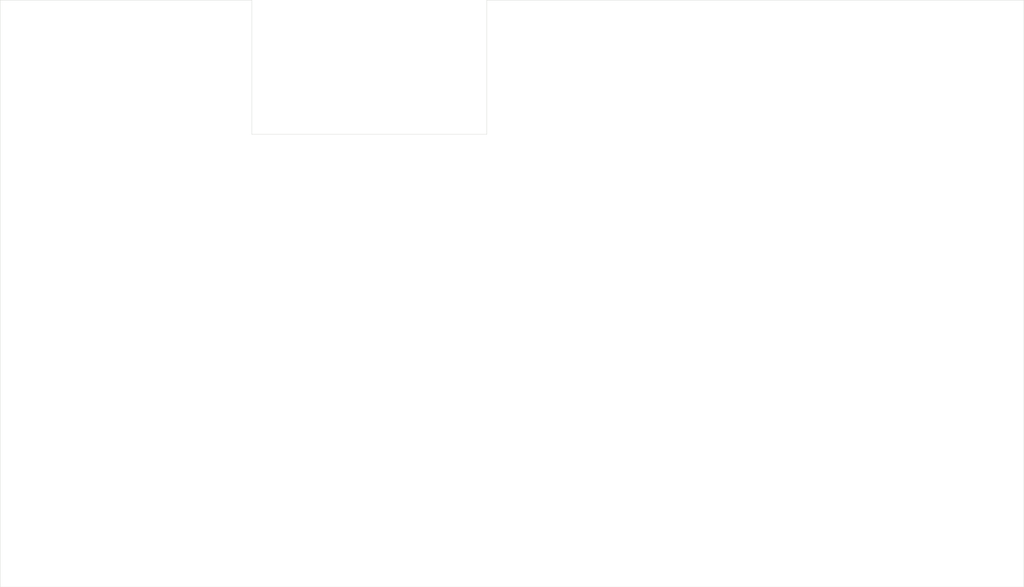
<source format=kicad_pcb>
(kicad_pcb (version 20201220) (generator pcbnew)

  (general
    (thickness 1.6)
  )

  (paper "USLedger")
  (layers
    (0 "F.Cu" signal)
    (31 "B.Cu" signal)
    (32 "B.Adhes" user "B.Adhesive")
    (33 "F.Adhes" user "F.Adhesive")
    (34 "B.Paste" user)
    (35 "F.Paste" user)
    (36 "B.SilkS" user "B.Silkscreen")
    (37 "F.SilkS" user "F.Silkscreen")
    (38 "B.Mask" user)
    (39 "F.Mask" user)
    (40 "Dwgs.User" user "User.Drawings")
    (41 "Cmts.User" user "User.Comments")
    (42 "Eco1.User" user "User.Eco1")
    (43 "Eco2.User" user "User.Eco2")
    (44 "Edge.Cuts" user)
    (45 "Margin" user)
    (46 "B.CrtYd" user "B.Courtyard")
    (47 "F.CrtYd" user "F.Courtyard")
    (48 "B.Fab" user)
    (49 "F.Fab" user)
    (50 "User.1" user)
    (51 "User.2" user)
    (52 "User.3" user)
    (53 "User.4" user)
    (54 "User.5" user)
    (55 "User.6" user)
    (56 "User.7" user)
    (57 "User.8" user)
    (58 "User.9" user)
  )

  (setup
    (pcbplotparams
      (layerselection 0x00010fc_ffffffff)
      (disableapertmacros false)
      (usegerberextensions false)
      (usegerberattributes true)
      (usegerberadvancedattributes true)
      (creategerberjobfile true)
      (svguseinch false)
      (svgprecision 6)
      (excludeedgelayer true)
      (plotframeref false)
      (viasonmask false)
      (mode 1)
      (useauxorigin false)
      (hpglpennumber 1)
      (hpglpenspeed 20)
      (hpglpendiameter 15.000000)
      (dxfpolygonmode true)
      (dxfimperialunits true)
      (dxfusepcbnewfont true)
      (psnegative false)
      (psa4output false)
      (plotreference true)
      (plotvalue true)
      (plotinvisibletext false)
      (sketchpadsonfab false)
      (subtractmaskfromsilk false)
      (outputformat 1)
      (mirror false)
      (drillshape 1)
      (scaleselection 1)
      (outputdirectory "")
    )
  )


  (net 0 "")

  (gr_line (start 220 85) (end 220 45) (layer "Edge.Cuts") (width 0.1) (tstamp 0185cd50-c546-49a6-9e45-be1792f542d1))
  (gr_line (start 150 45) (end 150 85) (layer "Edge.Cuts") (width 0.1) (tstamp 098e3ff9-970a-4643-9711-374d52991888))
  (gr_line (start 150 85) (end 220 85) (layer "Edge.Cuts") (width 0.1) (tstamp 1a425f55-ebf6-4eee-ade8-d0edfa61a909))
  (gr_line (start 380 220) (end 75 220) (layer "Edge.Cuts") (width 0.1) (tstamp 2b67d155-0f0f-4f74-aaad-f79930adf07a))
  (gr_line (start 380 45) (end 380 220) (layer "Edge.Cuts") (width 0.1) (tstamp 653ba6cf-1c70-4f52-83b5-765d5a758e3c))
  (gr_line (start 75 220) (end 75 45) (layer "Edge.Cuts") (width 0.1) (tstamp b0245d84-c78b-4837-a917-daf83f507dcf))
  (gr_line (start 220 45) (end 380 45) (layer "Edge.Cuts") (width 0.1) (tstamp bb996d72-692f-4b00-a021-b8c36ce35a05))
  (gr_line (start 75 45) (end 150 45) (layer "Edge.Cuts") (width 0.1) (tstamp bd08ca1e-4856-4d09-9395-d93d9d0491e0))

)

</source>
